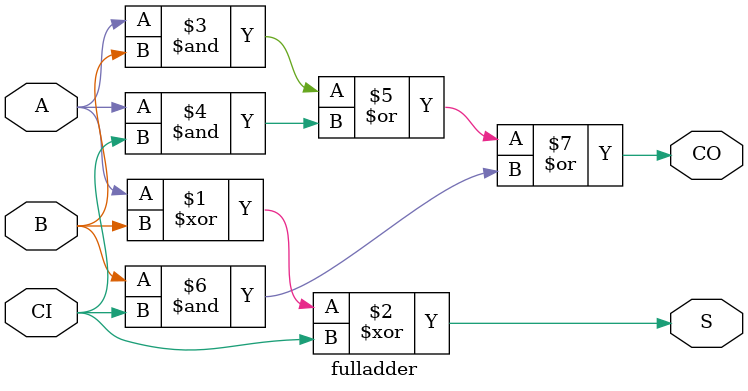
<source format=sv>
module fulladder(S, CO, A, B, CI);
    input wire A, B, CI;
    output logic S, CO;

    assign S = A ^ B ^ CI;
    assign CO = A & B | A & CI | B & CI;
    
endmodule
</source>
